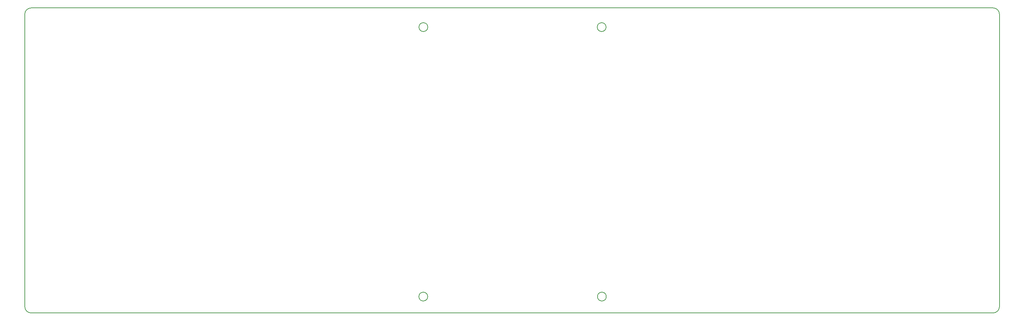
<source format=gbr>
%TF.GenerationSoftware,KiCad,Pcbnew,8.0.8*%
%TF.CreationDate,2025-03-13T22:48:23+01:00*%
%TF.ProjectId,LeSTMovoz revision 2,4c655354-4d6f-4766-9f7a-207265766973,rev?*%
%TF.SameCoordinates,Original*%
%TF.FileFunction,Profile,NP*%
%FSLAX46Y46*%
G04 Gerber Fmt 4.6, Leading zero omitted, Abs format (unit mm)*
G04 Created by KiCad (PCBNEW 8.0.8) date 2025-03-13 22:48:23*
%MOMM*%
%LPD*%
G01*
G04 APERTURE LIST*
%TA.AperFunction,Profile*%
%ADD10C,0.200000*%
%TD*%
G04 APERTURE END LIST*
D10*
X23812500Y-25400000D02*
G75*
G02*
X25400000Y-23812500I1587600J-100D01*
G01*
X266700000Y-25400000D02*
X266700000Y-98425000D01*
X265112500Y-100012500D02*
X25400000Y-100012500D01*
X168727800Y-95923500D02*
G75*
G02*
X166527800Y-95923500I-1100000J0D01*
G01*
X166527800Y-95923500D02*
G75*
G02*
X168727800Y-95923500I1100000J0D01*
G01*
X266700000Y-98425000D02*
G75*
G02*
X265112500Y-100012500I-1587400J-100D01*
G01*
X25400000Y-100012500D02*
G75*
G02*
X23812500Y-98425000I0J1587500D01*
G01*
X124214300Y-95923500D02*
G75*
G02*
X122014300Y-95923500I-1100000J0D01*
G01*
X122014300Y-95923500D02*
G75*
G02*
X124214300Y-95923500I1100000J0D01*
G01*
X25400000Y-23812500D02*
X265112500Y-23812500D01*
X23812500Y-25400000D02*
X23812500Y-98425000D01*
X124239700Y-28613500D02*
G75*
G02*
X122039700Y-28613500I-1100000J0D01*
G01*
X122039700Y-28613500D02*
G75*
G02*
X124239700Y-28613500I1100000J0D01*
G01*
X265112500Y-23812500D02*
G75*
G02*
X266700000Y-25400000I0J-1587500D01*
G01*
X168668000Y-28613500D02*
G75*
G02*
X166468000Y-28613500I-1100000J0D01*
G01*
X166468000Y-28613500D02*
G75*
G02*
X168668000Y-28613500I1100000J0D01*
G01*
M02*

</source>
